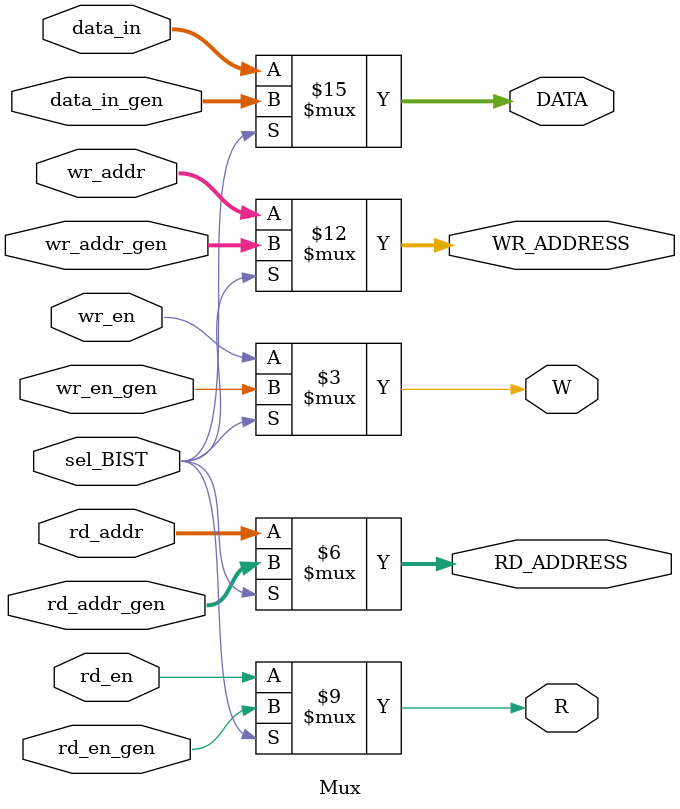
<source format=v>
`timescale 1ns / 1ps


module Mux #(parameter DWIDTH = 32, AWIDTH = 4)

   (
    input sel_BIST,
    
    input rd_en_gen,
    input wr_en_gen,
    input rd_en,
    input wr_en,
    
    input [AWIDTH-1:0] wr_addr_gen,
    input [AWIDTH-1:0] rd_addr_gen,
    input [AWIDTH-1:0] wr_addr,
    input [AWIDTH-1:0] rd_addr,
    
    input [DWIDTH-1:0] data_in_gen,
    input [DWIDTH-1:0] data_in, 
    
    output reg [DWIDTH-1:0] DATA,
    output reg [AWIDTH-1:0] WR_ADDRESS,
    output reg [AWIDTH-1:0] RD_ADDRESS,
    output reg W,R
     
    );
    
always @ (*)
    begin
        if(sel_BIST)
            begin
                DATA = data_in_gen;
                WR_ADDRESS = wr_addr_gen;
                R = rd_en_gen;
                RD_ADDRESS = rd_addr_gen;
                W = wr_en_gen;
            end
        else
            begin
                DATA = data_in;
                WR_ADDRESS = wr_addr;
                R = rd_en;
                RD_ADDRESS = rd_addr;
                W = wr_en;
            end        

    end
endmodule

</source>
